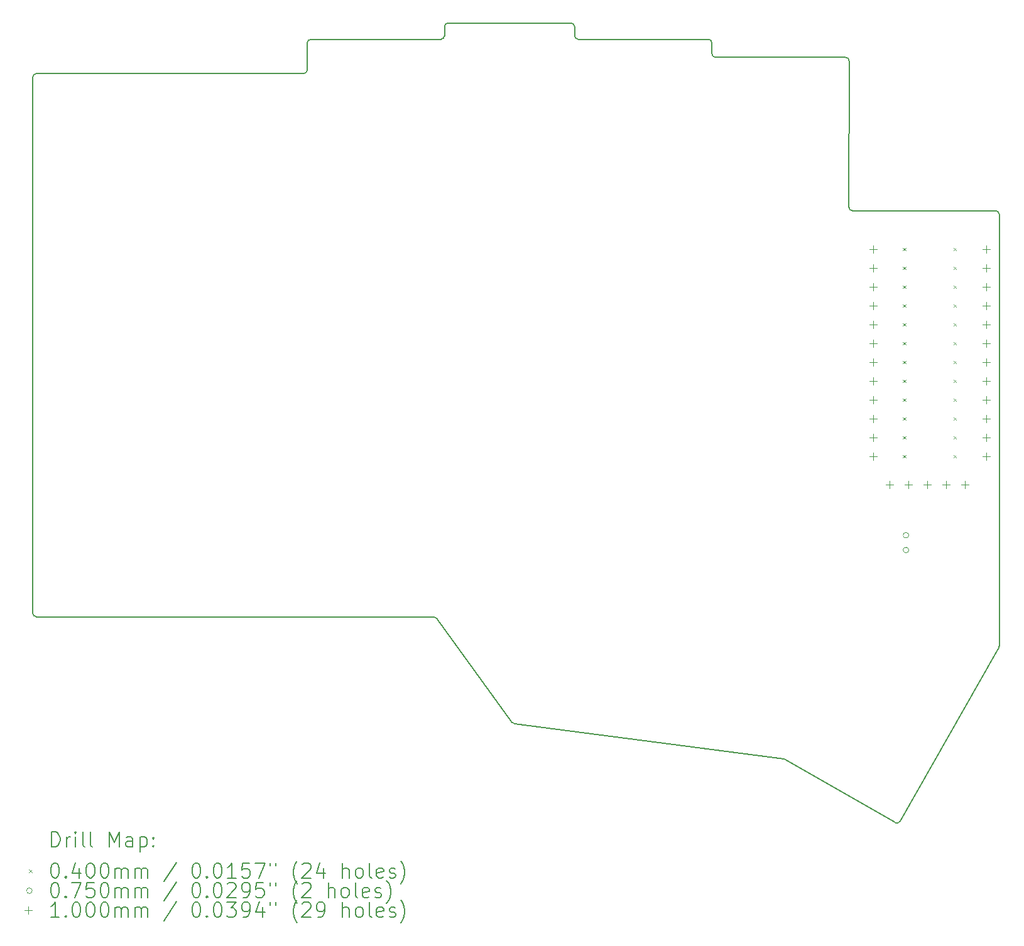
<source format=gbr>
%TF.GenerationSoftware,KiCad,Pcbnew,8.0.8+1*%
%TF.CreationDate,2025-03-02T13:34:42+00:00*%
%TF.ProjectId,zeph_wireless,7a657068-5f77-4697-9265-6c6573732e6b,0.2*%
%TF.SameCoordinates,Original*%
%TF.FileFunction,Drillmap*%
%TF.FilePolarity,Positive*%
%FSLAX45Y45*%
G04 Gerber Fmt 4.5, Leading zero omitted, Abs format (unit mm)*
G04 Created by KiCad (PCBNEW 8.0.8+1) date 2025-03-02 13:34:42*
%MOMM*%
%LPD*%
G01*
G04 APERTURE LIST*
%ADD10C,0.150000*%
%ADD11C,0.200000*%
%ADD12C,0.100000*%
G04 APERTURE END LIST*
D10*
X9131699Y-10849749D02*
X9131501Y-3622750D01*
X9181500Y-3572749D02*
X12781501Y-3572651D01*
X12831500Y-3522651D02*
X12831500Y-3160250D01*
X12881500Y-3110250D02*
X14631500Y-3110250D01*
X14681500Y-3060250D02*
X14681500Y-2940950D01*
X14731500Y-2890950D02*
X16384300Y-2890950D01*
X16434300Y-2940950D02*
X16434300Y-3060250D01*
X16484300Y-3110250D02*
X18234300Y-3110250D01*
X18284300Y-3160250D02*
X18284300Y-3303304D01*
X18334296Y-3353304D02*
X20084244Y-3353446D01*
X20134240Y-3403506D02*
X20131861Y-5372690D01*
X22125300Y-11363410D02*
X20821272Y-13657791D01*
X20752803Y-13676386D02*
X19277748Y-12824763D01*
X19259239Y-12818488D02*
X15625859Y-12342796D01*
X15591861Y-12322556D02*
X14575723Y-10920164D01*
X14535232Y-10899501D02*
X9181701Y-10899748D01*
X20181860Y-5422750D02*
X22106800Y-5422750D01*
X22156800Y-5472750D02*
X22156800Y-11295452D01*
X22150101Y-11320452D02*
X22125300Y-11363410D01*
X9131501Y-3622750D02*
G75*
G02*
X9181500Y-3572751I49999J0D01*
G01*
X12831500Y-3522651D02*
G75*
G02*
X12781501Y-3572650I-50000J1D01*
G01*
X12831500Y-3160250D02*
G75*
G02*
X12881500Y-3110250I50000J0D01*
G01*
X14681500Y-3060250D02*
G75*
G02*
X14631500Y-3110250I-50000J0D01*
G01*
X14681500Y-2940950D02*
G75*
G02*
X14731500Y-2890950I50000J0D01*
G01*
X16384300Y-2890950D02*
G75*
G02*
X16434300Y-2940950I0J-50000D01*
G01*
X16484300Y-3110250D02*
G75*
G02*
X16434300Y-3060250I0J50000D01*
G01*
X18234300Y-3110250D02*
G75*
G02*
X18284300Y-3160250I0J-50000D01*
G01*
X18334296Y-3353304D02*
G75*
G02*
X18284296Y-3303304I4J50004D01*
G01*
X20084244Y-3353446D02*
G75*
G02*
X20134244Y-3403506I-4J-50004D01*
G01*
X20181860Y-5422750D02*
G75*
G02*
X20131860Y-5372690I0J50000D01*
G01*
X22106800Y-5422750D02*
G75*
G02*
X22156800Y-5472750I0J-50000D01*
G01*
X22156800Y-11295452D02*
G75*
G02*
X22150100Y-11320452I-50000J3D01*
G01*
X20821272Y-13657791D02*
G75*
G02*
X20752802Y-13676388I-43472J24711D01*
G01*
X19259239Y-12818488D02*
G75*
G02*
X19277749Y-12824762I-6489J-49582D01*
G01*
X15625859Y-12342796D02*
G75*
G02*
X15591861Y-12322556I6491J49576D01*
G01*
X14535232Y-10899501D02*
G75*
G02*
X14575720Y-10920166I-2J-49999D01*
G01*
X9181701Y-10899748D02*
G75*
G02*
X9131702Y-10849749I-1J49998D01*
G01*
D11*
D12*
X20860400Y-5922000D02*
X20900400Y-5962000D01*
X20900400Y-5922000D02*
X20860400Y-5962000D01*
X20860400Y-6176000D02*
X20900400Y-6216000D01*
X20900400Y-6176000D02*
X20860400Y-6216000D01*
X20860400Y-6430000D02*
X20900400Y-6470000D01*
X20900400Y-6430000D02*
X20860400Y-6470000D01*
X20860400Y-6684000D02*
X20900400Y-6724000D01*
X20900400Y-6684000D02*
X20860400Y-6724000D01*
X20860400Y-6938000D02*
X20900400Y-6978000D01*
X20900400Y-6938000D02*
X20860400Y-6978000D01*
X20860400Y-7192000D02*
X20900400Y-7232000D01*
X20900400Y-7192000D02*
X20860400Y-7232000D01*
X20860400Y-7446000D02*
X20900400Y-7486000D01*
X20900400Y-7446000D02*
X20860400Y-7486000D01*
X20860400Y-7700000D02*
X20900400Y-7740000D01*
X20900400Y-7700000D02*
X20860400Y-7740000D01*
X20860400Y-7954000D02*
X20900400Y-7994000D01*
X20900400Y-7954000D02*
X20860400Y-7994000D01*
X20860400Y-8208000D02*
X20900400Y-8248000D01*
X20900400Y-8208000D02*
X20860400Y-8248000D01*
X20860400Y-8462000D02*
X20900400Y-8502000D01*
X20900400Y-8462000D02*
X20860400Y-8502000D01*
X20860400Y-8716000D02*
X20900400Y-8756000D01*
X20900400Y-8716000D02*
X20860400Y-8756000D01*
X21540400Y-5922000D02*
X21580400Y-5962000D01*
X21580400Y-5922000D02*
X21540400Y-5962000D01*
X21540400Y-6176000D02*
X21580400Y-6216000D01*
X21580400Y-6176000D02*
X21540400Y-6216000D01*
X21540400Y-6430000D02*
X21580400Y-6470000D01*
X21580400Y-6430000D02*
X21540400Y-6470000D01*
X21540400Y-6684000D02*
X21580400Y-6724000D01*
X21580400Y-6684000D02*
X21540400Y-6724000D01*
X21540400Y-6938000D02*
X21580400Y-6978000D01*
X21580400Y-6938000D02*
X21540400Y-6978000D01*
X21540400Y-7192000D02*
X21580400Y-7232000D01*
X21580400Y-7192000D02*
X21540400Y-7232000D01*
X21540400Y-7446000D02*
X21580400Y-7486000D01*
X21580400Y-7446000D02*
X21540400Y-7486000D01*
X21540400Y-7700000D02*
X21580400Y-7740000D01*
X21580400Y-7700000D02*
X21540400Y-7740000D01*
X21540400Y-7954000D02*
X21580400Y-7994000D01*
X21580400Y-7954000D02*
X21540400Y-7994000D01*
X21540400Y-8208000D02*
X21580400Y-8248000D01*
X21580400Y-8208000D02*
X21540400Y-8248000D01*
X21540400Y-8462000D02*
X21580400Y-8502000D01*
X21580400Y-8462000D02*
X21540400Y-8502000D01*
X21540400Y-8716000D02*
X21580400Y-8756000D01*
X21580400Y-8716000D02*
X21540400Y-8756000D01*
X20937500Y-9800000D02*
G75*
G02*
X20862500Y-9800000I-37500J0D01*
G01*
X20862500Y-9800000D02*
G75*
G02*
X20937500Y-9800000I37500J0D01*
G01*
X20937500Y-10000000D02*
G75*
G02*
X20862500Y-10000000I-37500J0D01*
G01*
X20862500Y-10000000D02*
G75*
G02*
X20937500Y-10000000I37500J0D01*
G01*
X20458400Y-5892000D02*
X20458400Y-5992000D01*
X20408400Y-5942000D02*
X20508400Y-5942000D01*
X20458400Y-6146000D02*
X20458400Y-6246000D01*
X20408400Y-6196000D02*
X20508400Y-6196000D01*
X20458400Y-6400000D02*
X20458400Y-6500000D01*
X20408400Y-6450000D02*
X20508400Y-6450000D01*
X20458400Y-6654000D02*
X20458400Y-6754000D01*
X20408400Y-6704000D02*
X20508400Y-6704000D01*
X20458400Y-6908000D02*
X20458400Y-7008000D01*
X20408400Y-6958000D02*
X20508400Y-6958000D01*
X20458400Y-7162000D02*
X20458400Y-7262000D01*
X20408400Y-7212000D02*
X20508400Y-7212000D01*
X20458400Y-7416000D02*
X20458400Y-7516000D01*
X20408400Y-7466000D02*
X20508400Y-7466000D01*
X20458400Y-7670000D02*
X20458400Y-7770000D01*
X20408400Y-7720000D02*
X20508400Y-7720000D01*
X20458400Y-7924000D02*
X20458400Y-8024000D01*
X20408400Y-7974000D02*
X20508400Y-7974000D01*
X20458400Y-8178000D02*
X20458400Y-8278000D01*
X20408400Y-8228000D02*
X20508400Y-8228000D01*
X20458400Y-8432000D02*
X20458400Y-8532000D01*
X20408400Y-8482000D02*
X20508400Y-8482000D01*
X20458400Y-8686000D02*
X20458400Y-8786000D01*
X20408400Y-8736000D02*
X20508400Y-8736000D01*
X20681700Y-9070000D02*
X20681700Y-9170000D01*
X20631700Y-9120000D02*
X20731700Y-9120000D01*
X20935700Y-9070000D02*
X20935700Y-9170000D01*
X20885700Y-9120000D02*
X20985700Y-9120000D01*
X21189700Y-9070000D02*
X21189700Y-9170000D01*
X21139700Y-9120000D02*
X21239700Y-9120000D01*
X21443700Y-9070000D02*
X21443700Y-9170000D01*
X21393700Y-9120000D02*
X21493700Y-9120000D01*
X21697700Y-9070000D02*
X21697700Y-9170000D01*
X21647700Y-9120000D02*
X21747700Y-9120000D01*
X21982400Y-5892000D02*
X21982400Y-5992000D01*
X21932400Y-5942000D02*
X22032400Y-5942000D01*
X21982400Y-6146000D02*
X21982400Y-6246000D01*
X21932400Y-6196000D02*
X22032400Y-6196000D01*
X21982400Y-6400000D02*
X21982400Y-6500000D01*
X21932400Y-6450000D02*
X22032400Y-6450000D01*
X21982400Y-6654000D02*
X21982400Y-6754000D01*
X21932400Y-6704000D02*
X22032400Y-6704000D01*
X21982400Y-6908000D02*
X21982400Y-7008000D01*
X21932400Y-6958000D02*
X22032400Y-6958000D01*
X21982400Y-7162000D02*
X21982400Y-7262000D01*
X21932400Y-7212000D02*
X22032400Y-7212000D01*
X21982400Y-7416000D02*
X21982400Y-7516000D01*
X21932400Y-7466000D02*
X22032400Y-7466000D01*
X21982400Y-7670000D02*
X21982400Y-7770000D01*
X21932400Y-7720000D02*
X22032400Y-7720000D01*
X21982400Y-7924000D02*
X21982400Y-8024000D01*
X21932400Y-7974000D02*
X22032400Y-7974000D01*
X21982400Y-8178000D02*
X21982400Y-8278000D01*
X21932400Y-8228000D02*
X22032400Y-8228000D01*
X21982400Y-8432000D02*
X21982400Y-8532000D01*
X21932400Y-8482000D02*
X22032400Y-8482000D01*
X21982400Y-8686000D02*
X21982400Y-8786000D01*
X21932400Y-8736000D02*
X22032400Y-8736000D01*
D11*
X9384778Y-14002069D02*
X9384778Y-13802069D01*
X9384778Y-13802069D02*
X9432397Y-13802069D01*
X9432397Y-13802069D02*
X9460969Y-13811592D01*
X9460969Y-13811592D02*
X9480016Y-13830640D01*
X9480016Y-13830640D02*
X9489540Y-13849688D01*
X9489540Y-13849688D02*
X9499064Y-13887783D01*
X9499064Y-13887783D02*
X9499064Y-13916354D01*
X9499064Y-13916354D02*
X9489540Y-13954449D01*
X9489540Y-13954449D02*
X9480016Y-13973497D01*
X9480016Y-13973497D02*
X9460969Y-13992545D01*
X9460969Y-13992545D02*
X9432397Y-14002069D01*
X9432397Y-14002069D02*
X9384778Y-14002069D01*
X9584778Y-14002069D02*
X9584778Y-13868735D01*
X9584778Y-13906830D02*
X9594302Y-13887783D01*
X9594302Y-13887783D02*
X9603826Y-13878259D01*
X9603826Y-13878259D02*
X9622873Y-13868735D01*
X9622873Y-13868735D02*
X9641921Y-13868735D01*
X9708588Y-14002069D02*
X9708588Y-13868735D01*
X9708588Y-13802069D02*
X9699064Y-13811592D01*
X9699064Y-13811592D02*
X9708588Y-13821116D01*
X9708588Y-13821116D02*
X9718112Y-13811592D01*
X9718112Y-13811592D02*
X9708588Y-13802069D01*
X9708588Y-13802069D02*
X9708588Y-13821116D01*
X9832397Y-14002069D02*
X9813350Y-13992545D01*
X9813350Y-13992545D02*
X9803826Y-13973497D01*
X9803826Y-13973497D02*
X9803826Y-13802069D01*
X9937159Y-14002069D02*
X9918112Y-13992545D01*
X9918112Y-13992545D02*
X9908588Y-13973497D01*
X9908588Y-13973497D02*
X9908588Y-13802069D01*
X10165731Y-14002069D02*
X10165731Y-13802069D01*
X10165731Y-13802069D02*
X10232397Y-13944926D01*
X10232397Y-13944926D02*
X10299064Y-13802069D01*
X10299064Y-13802069D02*
X10299064Y-14002069D01*
X10480016Y-14002069D02*
X10480016Y-13897307D01*
X10480016Y-13897307D02*
X10470493Y-13878259D01*
X10470493Y-13878259D02*
X10451445Y-13868735D01*
X10451445Y-13868735D02*
X10413350Y-13868735D01*
X10413350Y-13868735D02*
X10394302Y-13878259D01*
X10480016Y-13992545D02*
X10460969Y-14002069D01*
X10460969Y-14002069D02*
X10413350Y-14002069D01*
X10413350Y-14002069D02*
X10394302Y-13992545D01*
X10394302Y-13992545D02*
X10384778Y-13973497D01*
X10384778Y-13973497D02*
X10384778Y-13954449D01*
X10384778Y-13954449D02*
X10394302Y-13935402D01*
X10394302Y-13935402D02*
X10413350Y-13925878D01*
X10413350Y-13925878D02*
X10460969Y-13925878D01*
X10460969Y-13925878D02*
X10480016Y-13916354D01*
X10575254Y-13868735D02*
X10575254Y-14068735D01*
X10575254Y-13878259D02*
X10594302Y-13868735D01*
X10594302Y-13868735D02*
X10632397Y-13868735D01*
X10632397Y-13868735D02*
X10651445Y-13878259D01*
X10651445Y-13878259D02*
X10660969Y-13887783D01*
X10660969Y-13887783D02*
X10670493Y-13906830D01*
X10670493Y-13906830D02*
X10670493Y-13963973D01*
X10670493Y-13963973D02*
X10660969Y-13983021D01*
X10660969Y-13983021D02*
X10651445Y-13992545D01*
X10651445Y-13992545D02*
X10632397Y-14002069D01*
X10632397Y-14002069D02*
X10594302Y-14002069D01*
X10594302Y-14002069D02*
X10575254Y-13992545D01*
X10756207Y-13983021D02*
X10765731Y-13992545D01*
X10765731Y-13992545D02*
X10756207Y-14002069D01*
X10756207Y-14002069D02*
X10746683Y-13992545D01*
X10746683Y-13992545D02*
X10756207Y-13983021D01*
X10756207Y-13983021D02*
X10756207Y-14002069D01*
X10756207Y-13878259D02*
X10765731Y-13887783D01*
X10765731Y-13887783D02*
X10756207Y-13897307D01*
X10756207Y-13897307D02*
X10746683Y-13887783D01*
X10746683Y-13887783D02*
X10756207Y-13878259D01*
X10756207Y-13878259D02*
X10756207Y-13897307D01*
D12*
X9084001Y-14310585D02*
X9124001Y-14350585D01*
X9124001Y-14310585D02*
X9084001Y-14350585D01*
D11*
X9422873Y-14222069D02*
X9441921Y-14222069D01*
X9441921Y-14222069D02*
X9460969Y-14231592D01*
X9460969Y-14231592D02*
X9470493Y-14241116D01*
X9470493Y-14241116D02*
X9480016Y-14260164D01*
X9480016Y-14260164D02*
X9489540Y-14298259D01*
X9489540Y-14298259D02*
X9489540Y-14345878D01*
X9489540Y-14345878D02*
X9480016Y-14383973D01*
X9480016Y-14383973D02*
X9470493Y-14403021D01*
X9470493Y-14403021D02*
X9460969Y-14412545D01*
X9460969Y-14412545D02*
X9441921Y-14422069D01*
X9441921Y-14422069D02*
X9422873Y-14422069D01*
X9422873Y-14422069D02*
X9403826Y-14412545D01*
X9403826Y-14412545D02*
X9394302Y-14403021D01*
X9394302Y-14403021D02*
X9384778Y-14383973D01*
X9384778Y-14383973D02*
X9375254Y-14345878D01*
X9375254Y-14345878D02*
X9375254Y-14298259D01*
X9375254Y-14298259D02*
X9384778Y-14260164D01*
X9384778Y-14260164D02*
X9394302Y-14241116D01*
X9394302Y-14241116D02*
X9403826Y-14231592D01*
X9403826Y-14231592D02*
X9422873Y-14222069D01*
X9575254Y-14403021D02*
X9584778Y-14412545D01*
X9584778Y-14412545D02*
X9575254Y-14422069D01*
X9575254Y-14422069D02*
X9565731Y-14412545D01*
X9565731Y-14412545D02*
X9575254Y-14403021D01*
X9575254Y-14403021D02*
X9575254Y-14422069D01*
X9756207Y-14288735D02*
X9756207Y-14422069D01*
X9708588Y-14212545D02*
X9660969Y-14355402D01*
X9660969Y-14355402D02*
X9784778Y-14355402D01*
X9899064Y-14222069D02*
X9918112Y-14222069D01*
X9918112Y-14222069D02*
X9937159Y-14231592D01*
X9937159Y-14231592D02*
X9946683Y-14241116D01*
X9946683Y-14241116D02*
X9956207Y-14260164D01*
X9956207Y-14260164D02*
X9965731Y-14298259D01*
X9965731Y-14298259D02*
X9965731Y-14345878D01*
X9965731Y-14345878D02*
X9956207Y-14383973D01*
X9956207Y-14383973D02*
X9946683Y-14403021D01*
X9946683Y-14403021D02*
X9937159Y-14412545D01*
X9937159Y-14412545D02*
X9918112Y-14422069D01*
X9918112Y-14422069D02*
X9899064Y-14422069D01*
X9899064Y-14422069D02*
X9880016Y-14412545D01*
X9880016Y-14412545D02*
X9870493Y-14403021D01*
X9870493Y-14403021D02*
X9860969Y-14383973D01*
X9860969Y-14383973D02*
X9851445Y-14345878D01*
X9851445Y-14345878D02*
X9851445Y-14298259D01*
X9851445Y-14298259D02*
X9860969Y-14260164D01*
X9860969Y-14260164D02*
X9870493Y-14241116D01*
X9870493Y-14241116D02*
X9880016Y-14231592D01*
X9880016Y-14231592D02*
X9899064Y-14222069D01*
X10089540Y-14222069D02*
X10108588Y-14222069D01*
X10108588Y-14222069D02*
X10127635Y-14231592D01*
X10127635Y-14231592D02*
X10137159Y-14241116D01*
X10137159Y-14241116D02*
X10146683Y-14260164D01*
X10146683Y-14260164D02*
X10156207Y-14298259D01*
X10156207Y-14298259D02*
X10156207Y-14345878D01*
X10156207Y-14345878D02*
X10146683Y-14383973D01*
X10146683Y-14383973D02*
X10137159Y-14403021D01*
X10137159Y-14403021D02*
X10127635Y-14412545D01*
X10127635Y-14412545D02*
X10108588Y-14422069D01*
X10108588Y-14422069D02*
X10089540Y-14422069D01*
X10089540Y-14422069D02*
X10070493Y-14412545D01*
X10070493Y-14412545D02*
X10060969Y-14403021D01*
X10060969Y-14403021D02*
X10051445Y-14383973D01*
X10051445Y-14383973D02*
X10041921Y-14345878D01*
X10041921Y-14345878D02*
X10041921Y-14298259D01*
X10041921Y-14298259D02*
X10051445Y-14260164D01*
X10051445Y-14260164D02*
X10060969Y-14241116D01*
X10060969Y-14241116D02*
X10070493Y-14231592D01*
X10070493Y-14231592D02*
X10089540Y-14222069D01*
X10241921Y-14422069D02*
X10241921Y-14288735D01*
X10241921Y-14307783D02*
X10251445Y-14298259D01*
X10251445Y-14298259D02*
X10270493Y-14288735D01*
X10270493Y-14288735D02*
X10299064Y-14288735D01*
X10299064Y-14288735D02*
X10318112Y-14298259D01*
X10318112Y-14298259D02*
X10327635Y-14317307D01*
X10327635Y-14317307D02*
X10327635Y-14422069D01*
X10327635Y-14317307D02*
X10337159Y-14298259D01*
X10337159Y-14298259D02*
X10356207Y-14288735D01*
X10356207Y-14288735D02*
X10384778Y-14288735D01*
X10384778Y-14288735D02*
X10403826Y-14298259D01*
X10403826Y-14298259D02*
X10413350Y-14317307D01*
X10413350Y-14317307D02*
X10413350Y-14422069D01*
X10508588Y-14422069D02*
X10508588Y-14288735D01*
X10508588Y-14307783D02*
X10518112Y-14298259D01*
X10518112Y-14298259D02*
X10537159Y-14288735D01*
X10537159Y-14288735D02*
X10565731Y-14288735D01*
X10565731Y-14288735D02*
X10584778Y-14298259D01*
X10584778Y-14298259D02*
X10594302Y-14317307D01*
X10594302Y-14317307D02*
X10594302Y-14422069D01*
X10594302Y-14317307D02*
X10603826Y-14298259D01*
X10603826Y-14298259D02*
X10622874Y-14288735D01*
X10622874Y-14288735D02*
X10651445Y-14288735D01*
X10651445Y-14288735D02*
X10670493Y-14298259D01*
X10670493Y-14298259D02*
X10680016Y-14317307D01*
X10680016Y-14317307D02*
X10680016Y-14422069D01*
X11070493Y-14212545D02*
X10899064Y-14469688D01*
X11327635Y-14222069D02*
X11346683Y-14222069D01*
X11346683Y-14222069D02*
X11365731Y-14231592D01*
X11365731Y-14231592D02*
X11375255Y-14241116D01*
X11375255Y-14241116D02*
X11384778Y-14260164D01*
X11384778Y-14260164D02*
X11394302Y-14298259D01*
X11394302Y-14298259D02*
X11394302Y-14345878D01*
X11394302Y-14345878D02*
X11384778Y-14383973D01*
X11384778Y-14383973D02*
X11375255Y-14403021D01*
X11375255Y-14403021D02*
X11365731Y-14412545D01*
X11365731Y-14412545D02*
X11346683Y-14422069D01*
X11346683Y-14422069D02*
X11327635Y-14422069D01*
X11327635Y-14422069D02*
X11308588Y-14412545D01*
X11308588Y-14412545D02*
X11299064Y-14403021D01*
X11299064Y-14403021D02*
X11289540Y-14383973D01*
X11289540Y-14383973D02*
X11280016Y-14345878D01*
X11280016Y-14345878D02*
X11280016Y-14298259D01*
X11280016Y-14298259D02*
X11289540Y-14260164D01*
X11289540Y-14260164D02*
X11299064Y-14241116D01*
X11299064Y-14241116D02*
X11308588Y-14231592D01*
X11308588Y-14231592D02*
X11327635Y-14222069D01*
X11480016Y-14403021D02*
X11489540Y-14412545D01*
X11489540Y-14412545D02*
X11480016Y-14422069D01*
X11480016Y-14422069D02*
X11470493Y-14412545D01*
X11470493Y-14412545D02*
X11480016Y-14403021D01*
X11480016Y-14403021D02*
X11480016Y-14422069D01*
X11613350Y-14222069D02*
X11632397Y-14222069D01*
X11632397Y-14222069D02*
X11651445Y-14231592D01*
X11651445Y-14231592D02*
X11660969Y-14241116D01*
X11660969Y-14241116D02*
X11670493Y-14260164D01*
X11670493Y-14260164D02*
X11680016Y-14298259D01*
X11680016Y-14298259D02*
X11680016Y-14345878D01*
X11680016Y-14345878D02*
X11670493Y-14383973D01*
X11670493Y-14383973D02*
X11660969Y-14403021D01*
X11660969Y-14403021D02*
X11651445Y-14412545D01*
X11651445Y-14412545D02*
X11632397Y-14422069D01*
X11632397Y-14422069D02*
X11613350Y-14422069D01*
X11613350Y-14422069D02*
X11594302Y-14412545D01*
X11594302Y-14412545D02*
X11584778Y-14403021D01*
X11584778Y-14403021D02*
X11575255Y-14383973D01*
X11575255Y-14383973D02*
X11565731Y-14345878D01*
X11565731Y-14345878D02*
X11565731Y-14298259D01*
X11565731Y-14298259D02*
X11575255Y-14260164D01*
X11575255Y-14260164D02*
X11584778Y-14241116D01*
X11584778Y-14241116D02*
X11594302Y-14231592D01*
X11594302Y-14231592D02*
X11613350Y-14222069D01*
X11870493Y-14422069D02*
X11756207Y-14422069D01*
X11813350Y-14422069D02*
X11813350Y-14222069D01*
X11813350Y-14222069D02*
X11794302Y-14250640D01*
X11794302Y-14250640D02*
X11775255Y-14269688D01*
X11775255Y-14269688D02*
X11756207Y-14279211D01*
X12051445Y-14222069D02*
X11956207Y-14222069D01*
X11956207Y-14222069D02*
X11946683Y-14317307D01*
X11946683Y-14317307D02*
X11956207Y-14307783D01*
X11956207Y-14307783D02*
X11975255Y-14298259D01*
X11975255Y-14298259D02*
X12022874Y-14298259D01*
X12022874Y-14298259D02*
X12041921Y-14307783D01*
X12041921Y-14307783D02*
X12051445Y-14317307D01*
X12051445Y-14317307D02*
X12060969Y-14336354D01*
X12060969Y-14336354D02*
X12060969Y-14383973D01*
X12060969Y-14383973D02*
X12051445Y-14403021D01*
X12051445Y-14403021D02*
X12041921Y-14412545D01*
X12041921Y-14412545D02*
X12022874Y-14422069D01*
X12022874Y-14422069D02*
X11975255Y-14422069D01*
X11975255Y-14422069D02*
X11956207Y-14412545D01*
X11956207Y-14412545D02*
X11946683Y-14403021D01*
X12127636Y-14222069D02*
X12260969Y-14222069D01*
X12260969Y-14222069D02*
X12175255Y-14422069D01*
X12327636Y-14222069D02*
X12327636Y-14260164D01*
X12403826Y-14222069D02*
X12403826Y-14260164D01*
X12699064Y-14498259D02*
X12689540Y-14488735D01*
X12689540Y-14488735D02*
X12670493Y-14460164D01*
X12670493Y-14460164D02*
X12660969Y-14441116D01*
X12660969Y-14441116D02*
X12651445Y-14412545D01*
X12651445Y-14412545D02*
X12641921Y-14364926D01*
X12641921Y-14364926D02*
X12641921Y-14326830D01*
X12641921Y-14326830D02*
X12651445Y-14279211D01*
X12651445Y-14279211D02*
X12660969Y-14250640D01*
X12660969Y-14250640D02*
X12670493Y-14231592D01*
X12670493Y-14231592D02*
X12689540Y-14203021D01*
X12689540Y-14203021D02*
X12699064Y-14193497D01*
X12765731Y-14241116D02*
X12775255Y-14231592D01*
X12775255Y-14231592D02*
X12794302Y-14222069D01*
X12794302Y-14222069D02*
X12841921Y-14222069D01*
X12841921Y-14222069D02*
X12860969Y-14231592D01*
X12860969Y-14231592D02*
X12870493Y-14241116D01*
X12870493Y-14241116D02*
X12880017Y-14260164D01*
X12880017Y-14260164D02*
X12880017Y-14279211D01*
X12880017Y-14279211D02*
X12870493Y-14307783D01*
X12870493Y-14307783D02*
X12756207Y-14422069D01*
X12756207Y-14422069D02*
X12880017Y-14422069D01*
X13051445Y-14288735D02*
X13051445Y-14422069D01*
X13003826Y-14212545D02*
X12956207Y-14355402D01*
X12956207Y-14355402D02*
X13080017Y-14355402D01*
X13308588Y-14422069D02*
X13308588Y-14222069D01*
X13394302Y-14422069D02*
X13394302Y-14317307D01*
X13394302Y-14317307D02*
X13384779Y-14298259D01*
X13384779Y-14298259D02*
X13365731Y-14288735D01*
X13365731Y-14288735D02*
X13337159Y-14288735D01*
X13337159Y-14288735D02*
X13318112Y-14298259D01*
X13318112Y-14298259D02*
X13308588Y-14307783D01*
X13518112Y-14422069D02*
X13499064Y-14412545D01*
X13499064Y-14412545D02*
X13489540Y-14403021D01*
X13489540Y-14403021D02*
X13480017Y-14383973D01*
X13480017Y-14383973D02*
X13480017Y-14326830D01*
X13480017Y-14326830D02*
X13489540Y-14307783D01*
X13489540Y-14307783D02*
X13499064Y-14298259D01*
X13499064Y-14298259D02*
X13518112Y-14288735D01*
X13518112Y-14288735D02*
X13546683Y-14288735D01*
X13546683Y-14288735D02*
X13565731Y-14298259D01*
X13565731Y-14298259D02*
X13575255Y-14307783D01*
X13575255Y-14307783D02*
X13584779Y-14326830D01*
X13584779Y-14326830D02*
X13584779Y-14383973D01*
X13584779Y-14383973D02*
X13575255Y-14403021D01*
X13575255Y-14403021D02*
X13565731Y-14412545D01*
X13565731Y-14412545D02*
X13546683Y-14422069D01*
X13546683Y-14422069D02*
X13518112Y-14422069D01*
X13699064Y-14422069D02*
X13680017Y-14412545D01*
X13680017Y-14412545D02*
X13670493Y-14393497D01*
X13670493Y-14393497D02*
X13670493Y-14222069D01*
X13851445Y-14412545D02*
X13832398Y-14422069D01*
X13832398Y-14422069D02*
X13794302Y-14422069D01*
X13794302Y-14422069D02*
X13775255Y-14412545D01*
X13775255Y-14412545D02*
X13765731Y-14393497D01*
X13765731Y-14393497D02*
X13765731Y-14317307D01*
X13765731Y-14317307D02*
X13775255Y-14298259D01*
X13775255Y-14298259D02*
X13794302Y-14288735D01*
X13794302Y-14288735D02*
X13832398Y-14288735D01*
X13832398Y-14288735D02*
X13851445Y-14298259D01*
X13851445Y-14298259D02*
X13860969Y-14317307D01*
X13860969Y-14317307D02*
X13860969Y-14336354D01*
X13860969Y-14336354D02*
X13765731Y-14355402D01*
X13937160Y-14412545D02*
X13956207Y-14422069D01*
X13956207Y-14422069D02*
X13994302Y-14422069D01*
X13994302Y-14422069D02*
X14013350Y-14412545D01*
X14013350Y-14412545D02*
X14022874Y-14393497D01*
X14022874Y-14393497D02*
X14022874Y-14383973D01*
X14022874Y-14383973D02*
X14013350Y-14364926D01*
X14013350Y-14364926D02*
X13994302Y-14355402D01*
X13994302Y-14355402D02*
X13965731Y-14355402D01*
X13965731Y-14355402D02*
X13946683Y-14345878D01*
X13946683Y-14345878D02*
X13937160Y-14326830D01*
X13937160Y-14326830D02*
X13937160Y-14317307D01*
X13937160Y-14317307D02*
X13946683Y-14298259D01*
X13946683Y-14298259D02*
X13965731Y-14288735D01*
X13965731Y-14288735D02*
X13994302Y-14288735D01*
X13994302Y-14288735D02*
X14013350Y-14298259D01*
X14089541Y-14498259D02*
X14099064Y-14488735D01*
X14099064Y-14488735D02*
X14118112Y-14460164D01*
X14118112Y-14460164D02*
X14127636Y-14441116D01*
X14127636Y-14441116D02*
X14137160Y-14412545D01*
X14137160Y-14412545D02*
X14146683Y-14364926D01*
X14146683Y-14364926D02*
X14146683Y-14326830D01*
X14146683Y-14326830D02*
X14137160Y-14279211D01*
X14137160Y-14279211D02*
X14127636Y-14250640D01*
X14127636Y-14250640D02*
X14118112Y-14231592D01*
X14118112Y-14231592D02*
X14099064Y-14203021D01*
X14099064Y-14203021D02*
X14089541Y-14193497D01*
D12*
X9124001Y-14594585D02*
G75*
G02*
X9049001Y-14594585I-37500J0D01*
G01*
X9049001Y-14594585D02*
G75*
G02*
X9124001Y-14594585I37500J0D01*
G01*
D11*
X9422873Y-14486069D02*
X9441921Y-14486069D01*
X9441921Y-14486069D02*
X9460969Y-14495592D01*
X9460969Y-14495592D02*
X9470493Y-14505116D01*
X9470493Y-14505116D02*
X9480016Y-14524164D01*
X9480016Y-14524164D02*
X9489540Y-14562259D01*
X9489540Y-14562259D02*
X9489540Y-14609878D01*
X9489540Y-14609878D02*
X9480016Y-14647973D01*
X9480016Y-14647973D02*
X9470493Y-14667021D01*
X9470493Y-14667021D02*
X9460969Y-14676545D01*
X9460969Y-14676545D02*
X9441921Y-14686069D01*
X9441921Y-14686069D02*
X9422873Y-14686069D01*
X9422873Y-14686069D02*
X9403826Y-14676545D01*
X9403826Y-14676545D02*
X9394302Y-14667021D01*
X9394302Y-14667021D02*
X9384778Y-14647973D01*
X9384778Y-14647973D02*
X9375254Y-14609878D01*
X9375254Y-14609878D02*
X9375254Y-14562259D01*
X9375254Y-14562259D02*
X9384778Y-14524164D01*
X9384778Y-14524164D02*
X9394302Y-14505116D01*
X9394302Y-14505116D02*
X9403826Y-14495592D01*
X9403826Y-14495592D02*
X9422873Y-14486069D01*
X9575254Y-14667021D02*
X9584778Y-14676545D01*
X9584778Y-14676545D02*
X9575254Y-14686069D01*
X9575254Y-14686069D02*
X9565731Y-14676545D01*
X9565731Y-14676545D02*
X9575254Y-14667021D01*
X9575254Y-14667021D02*
X9575254Y-14686069D01*
X9651445Y-14486069D02*
X9784778Y-14486069D01*
X9784778Y-14486069D02*
X9699064Y-14686069D01*
X9956207Y-14486069D02*
X9860969Y-14486069D01*
X9860969Y-14486069D02*
X9851445Y-14581307D01*
X9851445Y-14581307D02*
X9860969Y-14571783D01*
X9860969Y-14571783D02*
X9880016Y-14562259D01*
X9880016Y-14562259D02*
X9927635Y-14562259D01*
X9927635Y-14562259D02*
X9946683Y-14571783D01*
X9946683Y-14571783D02*
X9956207Y-14581307D01*
X9956207Y-14581307D02*
X9965731Y-14600354D01*
X9965731Y-14600354D02*
X9965731Y-14647973D01*
X9965731Y-14647973D02*
X9956207Y-14667021D01*
X9956207Y-14667021D02*
X9946683Y-14676545D01*
X9946683Y-14676545D02*
X9927635Y-14686069D01*
X9927635Y-14686069D02*
X9880016Y-14686069D01*
X9880016Y-14686069D02*
X9860969Y-14676545D01*
X9860969Y-14676545D02*
X9851445Y-14667021D01*
X10089540Y-14486069D02*
X10108588Y-14486069D01*
X10108588Y-14486069D02*
X10127635Y-14495592D01*
X10127635Y-14495592D02*
X10137159Y-14505116D01*
X10137159Y-14505116D02*
X10146683Y-14524164D01*
X10146683Y-14524164D02*
X10156207Y-14562259D01*
X10156207Y-14562259D02*
X10156207Y-14609878D01*
X10156207Y-14609878D02*
X10146683Y-14647973D01*
X10146683Y-14647973D02*
X10137159Y-14667021D01*
X10137159Y-14667021D02*
X10127635Y-14676545D01*
X10127635Y-14676545D02*
X10108588Y-14686069D01*
X10108588Y-14686069D02*
X10089540Y-14686069D01*
X10089540Y-14686069D02*
X10070493Y-14676545D01*
X10070493Y-14676545D02*
X10060969Y-14667021D01*
X10060969Y-14667021D02*
X10051445Y-14647973D01*
X10051445Y-14647973D02*
X10041921Y-14609878D01*
X10041921Y-14609878D02*
X10041921Y-14562259D01*
X10041921Y-14562259D02*
X10051445Y-14524164D01*
X10051445Y-14524164D02*
X10060969Y-14505116D01*
X10060969Y-14505116D02*
X10070493Y-14495592D01*
X10070493Y-14495592D02*
X10089540Y-14486069D01*
X10241921Y-14686069D02*
X10241921Y-14552735D01*
X10241921Y-14571783D02*
X10251445Y-14562259D01*
X10251445Y-14562259D02*
X10270493Y-14552735D01*
X10270493Y-14552735D02*
X10299064Y-14552735D01*
X10299064Y-14552735D02*
X10318112Y-14562259D01*
X10318112Y-14562259D02*
X10327635Y-14581307D01*
X10327635Y-14581307D02*
X10327635Y-14686069D01*
X10327635Y-14581307D02*
X10337159Y-14562259D01*
X10337159Y-14562259D02*
X10356207Y-14552735D01*
X10356207Y-14552735D02*
X10384778Y-14552735D01*
X10384778Y-14552735D02*
X10403826Y-14562259D01*
X10403826Y-14562259D02*
X10413350Y-14581307D01*
X10413350Y-14581307D02*
X10413350Y-14686069D01*
X10508588Y-14686069D02*
X10508588Y-14552735D01*
X10508588Y-14571783D02*
X10518112Y-14562259D01*
X10518112Y-14562259D02*
X10537159Y-14552735D01*
X10537159Y-14552735D02*
X10565731Y-14552735D01*
X10565731Y-14552735D02*
X10584778Y-14562259D01*
X10584778Y-14562259D02*
X10594302Y-14581307D01*
X10594302Y-14581307D02*
X10594302Y-14686069D01*
X10594302Y-14581307D02*
X10603826Y-14562259D01*
X10603826Y-14562259D02*
X10622874Y-14552735D01*
X10622874Y-14552735D02*
X10651445Y-14552735D01*
X10651445Y-14552735D02*
X10670493Y-14562259D01*
X10670493Y-14562259D02*
X10680016Y-14581307D01*
X10680016Y-14581307D02*
X10680016Y-14686069D01*
X11070493Y-14476545D02*
X10899064Y-14733688D01*
X11327635Y-14486069D02*
X11346683Y-14486069D01*
X11346683Y-14486069D02*
X11365731Y-14495592D01*
X11365731Y-14495592D02*
X11375255Y-14505116D01*
X11375255Y-14505116D02*
X11384778Y-14524164D01*
X11384778Y-14524164D02*
X11394302Y-14562259D01*
X11394302Y-14562259D02*
X11394302Y-14609878D01*
X11394302Y-14609878D02*
X11384778Y-14647973D01*
X11384778Y-14647973D02*
X11375255Y-14667021D01*
X11375255Y-14667021D02*
X11365731Y-14676545D01*
X11365731Y-14676545D02*
X11346683Y-14686069D01*
X11346683Y-14686069D02*
X11327635Y-14686069D01*
X11327635Y-14686069D02*
X11308588Y-14676545D01*
X11308588Y-14676545D02*
X11299064Y-14667021D01*
X11299064Y-14667021D02*
X11289540Y-14647973D01*
X11289540Y-14647973D02*
X11280016Y-14609878D01*
X11280016Y-14609878D02*
X11280016Y-14562259D01*
X11280016Y-14562259D02*
X11289540Y-14524164D01*
X11289540Y-14524164D02*
X11299064Y-14505116D01*
X11299064Y-14505116D02*
X11308588Y-14495592D01*
X11308588Y-14495592D02*
X11327635Y-14486069D01*
X11480016Y-14667021D02*
X11489540Y-14676545D01*
X11489540Y-14676545D02*
X11480016Y-14686069D01*
X11480016Y-14686069D02*
X11470493Y-14676545D01*
X11470493Y-14676545D02*
X11480016Y-14667021D01*
X11480016Y-14667021D02*
X11480016Y-14686069D01*
X11613350Y-14486069D02*
X11632397Y-14486069D01*
X11632397Y-14486069D02*
X11651445Y-14495592D01*
X11651445Y-14495592D02*
X11660969Y-14505116D01*
X11660969Y-14505116D02*
X11670493Y-14524164D01*
X11670493Y-14524164D02*
X11680016Y-14562259D01*
X11680016Y-14562259D02*
X11680016Y-14609878D01*
X11680016Y-14609878D02*
X11670493Y-14647973D01*
X11670493Y-14647973D02*
X11660969Y-14667021D01*
X11660969Y-14667021D02*
X11651445Y-14676545D01*
X11651445Y-14676545D02*
X11632397Y-14686069D01*
X11632397Y-14686069D02*
X11613350Y-14686069D01*
X11613350Y-14686069D02*
X11594302Y-14676545D01*
X11594302Y-14676545D02*
X11584778Y-14667021D01*
X11584778Y-14667021D02*
X11575255Y-14647973D01*
X11575255Y-14647973D02*
X11565731Y-14609878D01*
X11565731Y-14609878D02*
X11565731Y-14562259D01*
X11565731Y-14562259D02*
X11575255Y-14524164D01*
X11575255Y-14524164D02*
X11584778Y-14505116D01*
X11584778Y-14505116D02*
X11594302Y-14495592D01*
X11594302Y-14495592D02*
X11613350Y-14486069D01*
X11756207Y-14505116D02*
X11765731Y-14495592D01*
X11765731Y-14495592D02*
X11784778Y-14486069D01*
X11784778Y-14486069D02*
X11832397Y-14486069D01*
X11832397Y-14486069D02*
X11851445Y-14495592D01*
X11851445Y-14495592D02*
X11860969Y-14505116D01*
X11860969Y-14505116D02*
X11870493Y-14524164D01*
X11870493Y-14524164D02*
X11870493Y-14543211D01*
X11870493Y-14543211D02*
X11860969Y-14571783D01*
X11860969Y-14571783D02*
X11746683Y-14686069D01*
X11746683Y-14686069D02*
X11870493Y-14686069D01*
X11965731Y-14686069D02*
X12003826Y-14686069D01*
X12003826Y-14686069D02*
X12022874Y-14676545D01*
X12022874Y-14676545D02*
X12032397Y-14667021D01*
X12032397Y-14667021D02*
X12051445Y-14638449D01*
X12051445Y-14638449D02*
X12060969Y-14600354D01*
X12060969Y-14600354D02*
X12060969Y-14524164D01*
X12060969Y-14524164D02*
X12051445Y-14505116D01*
X12051445Y-14505116D02*
X12041921Y-14495592D01*
X12041921Y-14495592D02*
X12022874Y-14486069D01*
X12022874Y-14486069D02*
X11984778Y-14486069D01*
X11984778Y-14486069D02*
X11965731Y-14495592D01*
X11965731Y-14495592D02*
X11956207Y-14505116D01*
X11956207Y-14505116D02*
X11946683Y-14524164D01*
X11946683Y-14524164D02*
X11946683Y-14571783D01*
X11946683Y-14571783D02*
X11956207Y-14590830D01*
X11956207Y-14590830D02*
X11965731Y-14600354D01*
X11965731Y-14600354D02*
X11984778Y-14609878D01*
X11984778Y-14609878D02*
X12022874Y-14609878D01*
X12022874Y-14609878D02*
X12041921Y-14600354D01*
X12041921Y-14600354D02*
X12051445Y-14590830D01*
X12051445Y-14590830D02*
X12060969Y-14571783D01*
X12241921Y-14486069D02*
X12146683Y-14486069D01*
X12146683Y-14486069D02*
X12137159Y-14581307D01*
X12137159Y-14581307D02*
X12146683Y-14571783D01*
X12146683Y-14571783D02*
X12165731Y-14562259D01*
X12165731Y-14562259D02*
X12213350Y-14562259D01*
X12213350Y-14562259D02*
X12232397Y-14571783D01*
X12232397Y-14571783D02*
X12241921Y-14581307D01*
X12241921Y-14581307D02*
X12251445Y-14600354D01*
X12251445Y-14600354D02*
X12251445Y-14647973D01*
X12251445Y-14647973D02*
X12241921Y-14667021D01*
X12241921Y-14667021D02*
X12232397Y-14676545D01*
X12232397Y-14676545D02*
X12213350Y-14686069D01*
X12213350Y-14686069D02*
X12165731Y-14686069D01*
X12165731Y-14686069D02*
X12146683Y-14676545D01*
X12146683Y-14676545D02*
X12137159Y-14667021D01*
X12327636Y-14486069D02*
X12327636Y-14524164D01*
X12403826Y-14486069D02*
X12403826Y-14524164D01*
X12699064Y-14762259D02*
X12689540Y-14752735D01*
X12689540Y-14752735D02*
X12670493Y-14724164D01*
X12670493Y-14724164D02*
X12660969Y-14705116D01*
X12660969Y-14705116D02*
X12651445Y-14676545D01*
X12651445Y-14676545D02*
X12641921Y-14628926D01*
X12641921Y-14628926D02*
X12641921Y-14590830D01*
X12641921Y-14590830D02*
X12651445Y-14543211D01*
X12651445Y-14543211D02*
X12660969Y-14514640D01*
X12660969Y-14514640D02*
X12670493Y-14495592D01*
X12670493Y-14495592D02*
X12689540Y-14467021D01*
X12689540Y-14467021D02*
X12699064Y-14457497D01*
X12765731Y-14505116D02*
X12775255Y-14495592D01*
X12775255Y-14495592D02*
X12794302Y-14486069D01*
X12794302Y-14486069D02*
X12841921Y-14486069D01*
X12841921Y-14486069D02*
X12860969Y-14495592D01*
X12860969Y-14495592D02*
X12870493Y-14505116D01*
X12870493Y-14505116D02*
X12880017Y-14524164D01*
X12880017Y-14524164D02*
X12880017Y-14543211D01*
X12880017Y-14543211D02*
X12870493Y-14571783D01*
X12870493Y-14571783D02*
X12756207Y-14686069D01*
X12756207Y-14686069D02*
X12880017Y-14686069D01*
X13118112Y-14686069D02*
X13118112Y-14486069D01*
X13203826Y-14686069D02*
X13203826Y-14581307D01*
X13203826Y-14581307D02*
X13194302Y-14562259D01*
X13194302Y-14562259D02*
X13175255Y-14552735D01*
X13175255Y-14552735D02*
X13146683Y-14552735D01*
X13146683Y-14552735D02*
X13127636Y-14562259D01*
X13127636Y-14562259D02*
X13118112Y-14571783D01*
X13327636Y-14686069D02*
X13308588Y-14676545D01*
X13308588Y-14676545D02*
X13299064Y-14667021D01*
X13299064Y-14667021D02*
X13289540Y-14647973D01*
X13289540Y-14647973D02*
X13289540Y-14590830D01*
X13289540Y-14590830D02*
X13299064Y-14571783D01*
X13299064Y-14571783D02*
X13308588Y-14562259D01*
X13308588Y-14562259D02*
X13327636Y-14552735D01*
X13327636Y-14552735D02*
X13356207Y-14552735D01*
X13356207Y-14552735D02*
X13375255Y-14562259D01*
X13375255Y-14562259D02*
X13384779Y-14571783D01*
X13384779Y-14571783D02*
X13394302Y-14590830D01*
X13394302Y-14590830D02*
X13394302Y-14647973D01*
X13394302Y-14647973D02*
X13384779Y-14667021D01*
X13384779Y-14667021D02*
X13375255Y-14676545D01*
X13375255Y-14676545D02*
X13356207Y-14686069D01*
X13356207Y-14686069D02*
X13327636Y-14686069D01*
X13508588Y-14686069D02*
X13489540Y-14676545D01*
X13489540Y-14676545D02*
X13480017Y-14657497D01*
X13480017Y-14657497D02*
X13480017Y-14486069D01*
X13660969Y-14676545D02*
X13641921Y-14686069D01*
X13641921Y-14686069D02*
X13603826Y-14686069D01*
X13603826Y-14686069D02*
X13584779Y-14676545D01*
X13584779Y-14676545D02*
X13575255Y-14657497D01*
X13575255Y-14657497D02*
X13575255Y-14581307D01*
X13575255Y-14581307D02*
X13584779Y-14562259D01*
X13584779Y-14562259D02*
X13603826Y-14552735D01*
X13603826Y-14552735D02*
X13641921Y-14552735D01*
X13641921Y-14552735D02*
X13660969Y-14562259D01*
X13660969Y-14562259D02*
X13670493Y-14581307D01*
X13670493Y-14581307D02*
X13670493Y-14600354D01*
X13670493Y-14600354D02*
X13575255Y-14619402D01*
X13746683Y-14676545D02*
X13765731Y-14686069D01*
X13765731Y-14686069D02*
X13803826Y-14686069D01*
X13803826Y-14686069D02*
X13822874Y-14676545D01*
X13822874Y-14676545D02*
X13832398Y-14657497D01*
X13832398Y-14657497D02*
X13832398Y-14647973D01*
X13832398Y-14647973D02*
X13822874Y-14628926D01*
X13822874Y-14628926D02*
X13803826Y-14619402D01*
X13803826Y-14619402D02*
X13775255Y-14619402D01*
X13775255Y-14619402D02*
X13756207Y-14609878D01*
X13756207Y-14609878D02*
X13746683Y-14590830D01*
X13746683Y-14590830D02*
X13746683Y-14581307D01*
X13746683Y-14581307D02*
X13756207Y-14562259D01*
X13756207Y-14562259D02*
X13775255Y-14552735D01*
X13775255Y-14552735D02*
X13803826Y-14552735D01*
X13803826Y-14552735D02*
X13822874Y-14562259D01*
X13899064Y-14762259D02*
X13908588Y-14752735D01*
X13908588Y-14752735D02*
X13927636Y-14724164D01*
X13927636Y-14724164D02*
X13937160Y-14705116D01*
X13937160Y-14705116D02*
X13946683Y-14676545D01*
X13946683Y-14676545D02*
X13956207Y-14628926D01*
X13956207Y-14628926D02*
X13956207Y-14590830D01*
X13956207Y-14590830D02*
X13946683Y-14543211D01*
X13946683Y-14543211D02*
X13937160Y-14514640D01*
X13937160Y-14514640D02*
X13927636Y-14495592D01*
X13927636Y-14495592D02*
X13908588Y-14467021D01*
X13908588Y-14467021D02*
X13899064Y-14457497D01*
D12*
X9074001Y-14808585D02*
X9074001Y-14908585D01*
X9024001Y-14858585D02*
X9124001Y-14858585D01*
D11*
X9489540Y-14950069D02*
X9375254Y-14950069D01*
X9432397Y-14950069D02*
X9432397Y-14750069D01*
X9432397Y-14750069D02*
X9413350Y-14778640D01*
X9413350Y-14778640D02*
X9394302Y-14797688D01*
X9394302Y-14797688D02*
X9375254Y-14807211D01*
X9575254Y-14931021D02*
X9584778Y-14940545D01*
X9584778Y-14940545D02*
X9575254Y-14950069D01*
X9575254Y-14950069D02*
X9565731Y-14940545D01*
X9565731Y-14940545D02*
X9575254Y-14931021D01*
X9575254Y-14931021D02*
X9575254Y-14950069D01*
X9708588Y-14750069D02*
X9727635Y-14750069D01*
X9727635Y-14750069D02*
X9746683Y-14759592D01*
X9746683Y-14759592D02*
X9756207Y-14769116D01*
X9756207Y-14769116D02*
X9765731Y-14788164D01*
X9765731Y-14788164D02*
X9775254Y-14826259D01*
X9775254Y-14826259D02*
X9775254Y-14873878D01*
X9775254Y-14873878D02*
X9765731Y-14911973D01*
X9765731Y-14911973D02*
X9756207Y-14931021D01*
X9756207Y-14931021D02*
X9746683Y-14940545D01*
X9746683Y-14940545D02*
X9727635Y-14950069D01*
X9727635Y-14950069D02*
X9708588Y-14950069D01*
X9708588Y-14950069D02*
X9689540Y-14940545D01*
X9689540Y-14940545D02*
X9680016Y-14931021D01*
X9680016Y-14931021D02*
X9670493Y-14911973D01*
X9670493Y-14911973D02*
X9660969Y-14873878D01*
X9660969Y-14873878D02*
X9660969Y-14826259D01*
X9660969Y-14826259D02*
X9670493Y-14788164D01*
X9670493Y-14788164D02*
X9680016Y-14769116D01*
X9680016Y-14769116D02*
X9689540Y-14759592D01*
X9689540Y-14759592D02*
X9708588Y-14750069D01*
X9899064Y-14750069D02*
X9918112Y-14750069D01*
X9918112Y-14750069D02*
X9937159Y-14759592D01*
X9937159Y-14759592D02*
X9946683Y-14769116D01*
X9946683Y-14769116D02*
X9956207Y-14788164D01*
X9956207Y-14788164D02*
X9965731Y-14826259D01*
X9965731Y-14826259D02*
X9965731Y-14873878D01*
X9965731Y-14873878D02*
X9956207Y-14911973D01*
X9956207Y-14911973D02*
X9946683Y-14931021D01*
X9946683Y-14931021D02*
X9937159Y-14940545D01*
X9937159Y-14940545D02*
X9918112Y-14950069D01*
X9918112Y-14950069D02*
X9899064Y-14950069D01*
X9899064Y-14950069D02*
X9880016Y-14940545D01*
X9880016Y-14940545D02*
X9870493Y-14931021D01*
X9870493Y-14931021D02*
X9860969Y-14911973D01*
X9860969Y-14911973D02*
X9851445Y-14873878D01*
X9851445Y-14873878D02*
X9851445Y-14826259D01*
X9851445Y-14826259D02*
X9860969Y-14788164D01*
X9860969Y-14788164D02*
X9870493Y-14769116D01*
X9870493Y-14769116D02*
X9880016Y-14759592D01*
X9880016Y-14759592D02*
X9899064Y-14750069D01*
X10089540Y-14750069D02*
X10108588Y-14750069D01*
X10108588Y-14750069D02*
X10127635Y-14759592D01*
X10127635Y-14759592D02*
X10137159Y-14769116D01*
X10137159Y-14769116D02*
X10146683Y-14788164D01*
X10146683Y-14788164D02*
X10156207Y-14826259D01*
X10156207Y-14826259D02*
X10156207Y-14873878D01*
X10156207Y-14873878D02*
X10146683Y-14911973D01*
X10146683Y-14911973D02*
X10137159Y-14931021D01*
X10137159Y-14931021D02*
X10127635Y-14940545D01*
X10127635Y-14940545D02*
X10108588Y-14950069D01*
X10108588Y-14950069D02*
X10089540Y-14950069D01*
X10089540Y-14950069D02*
X10070493Y-14940545D01*
X10070493Y-14940545D02*
X10060969Y-14931021D01*
X10060969Y-14931021D02*
X10051445Y-14911973D01*
X10051445Y-14911973D02*
X10041921Y-14873878D01*
X10041921Y-14873878D02*
X10041921Y-14826259D01*
X10041921Y-14826259D02*
X10051445Y-14788164D01*
X10051445Y-14788164D02*
X10060969Y-14769116D01*
X10060969Y-14769116D02*
X10070493Y-14759592D01*
X10070493Y-14759592D02*
X10089540Y-14750069D01*
X10241921Y-14950069D02*
X10241921Y-14816735D01*
X10241921Y-14835783D02*
X10251445Y-14826259D01*
X10251445Y-14826259D02*
X10270493Y-14816735D01*
X10270493Y-14816735D02*
X10299064Y-14816735D01*
X10299064Y-14816735D02*
X10318112Y-14826259D01*
X10318112Y-14826259D02*
X10327635Y-14845307D01*
X10327635Y-14845307D02*
X10327635Y-14950069D01*
X10327635Y-14845307D02*
X10337159Y-14826259D01*
X10337159Y-14826259D02*
X10356207Y-14816735D01*
X10356207Y-14816735D02*
X10384778Y-14816735D01*
X10384778Y-14816735D02*
X10403826Y-14826259D01*
X10403826Y-14826259D02*
X10413350Y-14845307D01*
X10413350Y-14845307D02*
X10413350Y-14950069D01*
X10508588Y-14950069D02*
X10508588Y-14816735D01*
X10508588Y-14835783D02*
X10518112Y-14826259D01*
X10518112Y-14826259D02*
X10537159Y-14816735D01*
X10537159Y-14816735D02*
X10565731Y-14816735D01*
X10565731Y-14816735D02*
X10584778Y-14826259D01*
X10584778Y-14826259D02*
X10594302Y-14845307D01*
X10594302Y-14845307D02*
X10594302Y-14950069D01*
X10594302Y-14845307D02*
X10603826Y-14826259D01*
X10603826Y-14826259D02*
X10622874Y-14816735D01*
X10622874Y-14816735D02*
X10651445Y-14816735D01*
X10651445Y-14816735D02*
X10670493Y-14826259D01*
X10670493Y-14826259D02*
X10680016Y-14845307D01*
X10680016Y-14845307D02*
X10680016Y-14950069D01*
X11070493Y-14740545D02*
X10899064Y-14997688D01*
X11327635Y-14750069D02*
X11346683Y-14750069D01*
X11346683Y-14750069D02*
X11365731Y-14759592D01*
X11365731Y-14759592D02*
X11375255Y-14769116D01*
X11375255Y-14769116D02*
X11384778Y-14788164D01*
X11384778Y-14788164D02*
X11394302Y-14826259D01*
X11394302Y-14826259D02*
X11394302Y-14873878D01*
X11394302Y-14873878D02*
X11384778Y-14911973D01*
X11384778Y-14911973D02*
X11375255Y-14931021D01*
X11375255Y-14931021D02*
X11365731Y-14940545D01*
X11365731Y-14940545D02*
X11346683Y-14950069D01*
X11346683Y-14950069D02*
X11327635Y-14950069D01*
X11327635Y-14950069D02*
X11308588Y-14940545D01*
X11308588Y-14940545D02*
X11299064Y-14931021D01*
X11299064Y-14931021D02*
X11289540Y-14911973D01*
X11289540Y-14911973D02*
X11280016Y-14873878D01*
X11280016Y-14873878D02*
X11280016Y-14826259D01*
X11280016Y-14826259D02*
X11289540Y-14788164D01*
X11289540Y-14788164D02*
X11299064Y-14769116D01*
X11299064Y-14769116D02*
X11308588Y-14759592D01*
X11308588Y-14759592D02*
X11327635Y-14750069D01*
X11480016Y-14931021D02*
X11489540Y-14940545D01*
X11489540Y-14940545D02*
X11480016Y-14950069D01*
X11480016Y-14950069D02*
X11470493Y-14940545D01*
X11470493Y-14940545D02*
X11480016Y-14931021D01*
X11480016Y-14931021D02*
X11480016Y-14950069D01*
X11613350Y-14750069D02*
X11632397Y-14750069D01*
X11632397Y-14750069D02*
X11651445Y-14759592D01*
X11651445Y-14759592D02*
X11660969Y-14769116D01*
X11660969Y-14769116D02*
X11670493Y-14788164D01*
X11670493Y-14788164D02*
X11680016Y-14826259D01*
X11680016Y-14826259D02*
X11680016Y-14873878D01*
X11680016Y-14873878D02*
X11670493Y-14911973D01*
X11670493Y-14911973D02*
X11660969Y-14931021D01*
X11660969Y-14931021D02*
X11651445Y-14940545D01*
X11651445Y-14940545D02*
X11632397Y-14950069D01*
X11632397Y-14950069D02*
X11613350Y-14950069D01*
X11613350Y-14950069D02*
X11594302Y-14940545D01*
X11594302Y-14940545D02*
X11584778Y-14931021D01*
X11584778Y-14931021D02*
X11575255Y-14911973D01*
X11575255Y-14911973D02*
X11565731Y-14873878D01*
X11565731Y-14873878D02*
X11565731Y-14826259D01*
X11565731Y-14826259D02*
X11575255Y-14788164D01*
X11575255Y-14788164D02*
X11584778Y-14769116D01*
X11584778Y-14769116D02*
X11594302Y-14759592D01*
X11594302Y-14759592D02*
X11613350Y-14750069D01*
X11746683Y-14750069D02*
X11870493Y-14750069D01*
X11870493Y-14750069D02*
X11803826Y-14826259D01*
X11803826Y-14826259D02*
X11832397Y-14826259D01*
X11832397Y-14826259D02*
X11851445Y-14835783D01*
X11851445Y-14835783D02*
X11860969Y-14845307D01*
X11860969Y-14845307D02*
X11870493Y-14864354D01*
X11870493Y-14864354D02*
X11870493Y-14911973D01*
X11870493Y-14911973D02*
X11860969Y-14931021D01*
X11860969Y-14931021D02*
X11851445Y-14940545D01*
X11851445Y-14940545D02*
X11832397Y-14950069D01*
X11832397Y-14950069D02*
X11775255Y-14950069D01*
X11775255Y-14950069D02*
X11756207Y-14940545D01*
X11756207Y-14940545D02*
X11746683Y-14931021D01*
X11965731Y-14950069D02*
X12003826Y-14950069D01*
X12003826Y-14950069D02*
X12022874Y-14940545D01*
X12022874Y-14940545D02*
X12032397Y-14931021D01*
X12032397Y-14931021D02*
X12051445Y-14902449D01*
X12051445Y-14902449D02*
X12060969Y-14864354D01*
X12060969Y-14864354D02*
X12060969Y-14788164D01*
X12060969Y-14788164D02*
X12051445Y-14769116D01*
X12051445Y-14769116D02*
X12041921Y-14759592D01*
X12041921Y-14759592D02*
X12022874Y-14750069D01*
X12022874Y-14750069D02*
X11984778Y-14750069D01*
X11984778Y-14750069D02*
X11965731Y-14759592D01*
X11965731Y-14759592D02*
X11956207Y-14769116D01*
X11956207Y-14769116D02*
X11946683Y-14788164D01*
X11946683Y-14788164D02*
X11946683Y-14835783D01*
X11946683Y-14835783D02*
X11956207Y-14854830D01*
X11956207Y-14854830D02*
X11965731Y-14864354D01*
X11965731Y-14864354D02*
X11984778Y-14873878D01*
X11984778Y-14873878D02*
X12022874Y-14873878D01*
X12022874Y-14873878D02*
X12041921Y-14864354D01*
X12041921Y-14864354D02*
X12051445Y-14854830D01*
X12051445Y-14854830D02*
X12060969Y-14835783D01*
X12232397Y-14816735D02*
X12232397Y-14950069D01*
X12184778Y-14740545D02*
X12137159Y-14883402D01*
X12137159Y-14883402D02*
X12260969Y-14883402D01*
X12327636Y-14750069D02*
X12327636Y-14788164D01*
X12403826Y-14750069D02*
X12403826Y-14788164D01*
X12699064Y-15026259D02*
X12689540Y-15016735D01*
X12689540Y-15016735D02*
X12670493Y-14988164D01*
X12670493Y-14988164D02*
X12660969Y-14969116D01*
X12660969Y-14969116D02*
X12651445Y-14940545D01*
X12651445Y-14940545D02*
X12641921Y-14892926D01*
X12641921Y-14892926D02*
X12641921Y-14854830D01*
X12641921Y-14854830D02*
X12651445Y-14807211D01*
X12651445Y-14807211D02*
X12660969Y-14778640D01*
X12660969Y-14778640D02*
X12670493Y-14759592D01*
X12670493Y-14759592D02*
X12689540Y-14731021D01*
X12689540Y-14731021D02*
X12699064Y-14721497D01*
X12765731Y-14769116D02*
X12775255Y-14759592D01*
X12775255Y-14759592D02*
X12794302Y-14750069D01*
X12794302Y-14750069D02*
X12841921Y-14750069D01*
X12841921Y-14750069D02*
X12860969Y-14759592D01*
X12860969Y-14759592D02*
X12870493Y-14769116D01*
X12870493Y-14769116D02*
X12880017Y-14788164D01*
X12880017Y-14788164D02*
X12880017Y-14807211D01*
X12880017Y-14807211D02*
X12870493Y-14835783D01*
X12870493Y-14835783D02*
X12756207Y-14950069D01*
X12756207Y-14950069D02*
X12880017Y-14950069D01*
X12975255Y-14950069D02*
X13013350Y-14950069D01*
X13013350Y-14950069D02*
X13032398Y-14940545D01*
X13032398Y-14940545D02*
X13041921Y-14931021D01*
X13041921Y-14931021D02*
X13060969Y-14902449D01*
X13060969Y-14902449D02*
X13070493Y-14864354D01*
X13070493Y-14864354D02*
X13070493Y-14788164D01*
X13070493Y-14788164D02*
X13060969Y-14769116D01*
X13060969Y-14769116D02*
X13051445Y-14759592D01*
X13051445Y-14759592D02*
X13032398Y-14750069D01*
X13032398Y-14750069D02*
X12994302Y-14750069D01*
X12994302Y-14750069D02*
X12975255Y-14759592D01*
X12975255Y-14759592D02*
X12965731Y-14769116D01*
X12965731Y-14769116D02*
X12956207Y-14788164D01*
X12956207Y-14788164D02*
X12956207Y-14835783D01*
X12956207Y-14835783D02*
X12965731Y-14854830D01*
X12965731Y-14854830D02*
X12975255Y-14864354D01*
X12975255Y-14864354D02*
X12994302Y-14873878D01*
X12994302Y-14873878D02*
X13032398Y-14873878D01*
X13032398Y-14873878D02*
X13051445Y-14864354D01*
X13051445Y-14864354D02*
X13060969Y-14854830D01*
X13060969Y-14854830D02*
X13070493Y-14835783D01*
X13308588Y-14950069D02*
X13308588Y-14750069D01*
X13394302Y-14950069D02*
X13394302Y-14845307D01*
X13394302Y-14845307D02*
X13384779Y-14826259D01*
X13384779Y-14826259D02*
X13365731Y-14816735D01*
X13365731Y-14816735D02*
X13337159Y-14816735D01*
X13337159Y-14816735D02*
X13318112Y-14826259D01*
X13318112Y-14826259D02*
X13308588Y-14835783D01*
X13518112Y-14950069D02*
X13499064Y-14940545D01*
X13499064Y-14940545D02*
X13489540Y-14931021D01*
X13489540Y-14931021D02*
X13480017Y-14911973D01*
X13480017Y-14911973D02*
X13480017Y-14854830D01*
X13480017Y-14854830D02*
X13489540Y-14835783D01*
X13489540Y-14835783D02*
X13499064Y-14826259D01*
X13499064Y-14826259D02*
X13518112Y-14816735D01*
X13518112Y-14816735D02*
X13546683Y-14816735D01*
X13546683Y-14816735D02*
X13565731Y-14826259D01*
X13565731Y-14826259D02*
X13575255Y-14835783D01*
X13575255Y-14835783D02*
X13584779Y-14854830D01*
X13584779Y-14854830D02*
X13584779Y-14911973D01*
X13584779Y-14911973D02*
X13575255Y-14931021D01*
X13575255Y-14931021D02*
X13565731Y-14940545D01*
X13565731Y-14940545D02*
X13546683Y-14950069D01*
X13546683Y-14950069D02*
X13518112Y-14950069D01*
X13699064Y-14950069D02*
X13680017Y-14940545D01*
X13680017Y-14940545D02*
X13670493Y-14921497D01*
X13670493Y-14921497D02*
X13670493Y-14750069D01*
X13851445Y-14940545D02*
X13832398Y-14950069D01*
X13832398Y-14950069D02*
X13794302Y-14950069D01*
X13794302Y-14950069D02*
X13775255Y-14940545D01*
X13775255Y-14940545D02*
X13765731Y-14921497D01*
X13765731Y-14921497D02*
X13765731Y-14845307D01*
X13765731Y-14845307D02*
X13775255Y-14826259D01*
X13775255Y-14826259D02*
X13794302Y-14816735D01*
X13794302Y-14816735D02*
X13832398Y-14816735D01*
X13832398Y-14816735D02*
X13851445Y-14826259D01*
X13851445Y-14826259D02*
X13860969Y-14845307D01*
X13860969Y-14845307D02*
X13860969Y-14864354D01*
X13860969Y-14864354D02*
X13765731Y-14883402D01*
X13937160Y-14940545D02*
X13956207Y-14950069D01*
X13956207Y-14950069D02*
X13994302Y-14950069D01*
X13994302Y-14950069D02*
X14013350Y-14940545D01*
X14013350Y-14940545D02*
X14022874Y-14921497D01*
X14022874Y-14921497D02*
X14022874Y-14911973D01*
X14022874Y-14911973D02*
X14013350Y-14892926D01*
X14013350Y-14892926D02*
X13994302Y-14883402D01*
X13994302Y-14883402D02*
X13965731Y-14883402D01*
X13965731Y-14883402D02*
X13946683Y-14873878D01*
X13946683Y-14873878D02*
X13937160Y-14854830D01*
X13937160Y-14854830D02*
X13937160Y-14845307D01*
X13937160Y-14845307D02*
X13946683Y-14826259D01*
X13946683Y-14826259D02*
X13965731Y-14816735D01*
X13965731Y-14816735D02*
X13994302Y-14816735D01*
X13994302Y-14816735D02*
X14013350Y-14826259D01*
X14089541Y-15026259D02*
X14099064Y-15016735D01*
X14099064Y-15016735D02*
X14118112Y-14988164D01*
X14118112Y-14988164D02*
X14127636Y-14969116D01*
X14127636Y-14969116D02*
X14137160Y-14940545D01*
X14137160Y-14940545D02*
X14146683Y-14892926D01*
X14146683Y-14892926D02*
X14146683Y-14854830D01*
X14146683Y-14854830D02*
X14137160Y-14807211D01*
X14137160Y-14807211D02*
X14127636Y-14778640D01*
X14127636Y-14778640D02*
X14118112Y-14759592D01*
X14118112Y-14759592D02*
X14099064Y-14731021D01*
X14099064Y-14731021D02*
X14089541Y-14721497D01*
M02*

</source>
